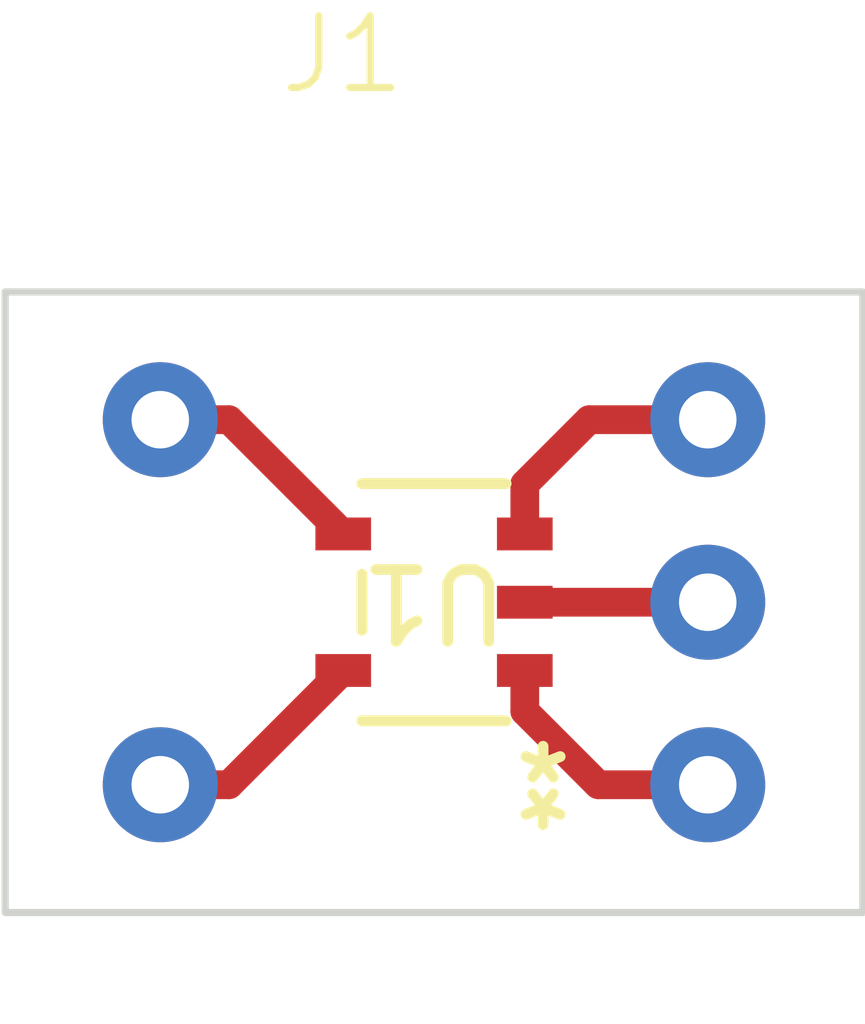
<source format=kicad_pcb>
(kicad_pcb (version 20221018) (generator pcbnew)
  (layers (0 "F.Cu" signal) (31 "B.Cu" signal) (34 "B.Paste" user) (35 "F.Paste" user) (36 "B.SilkS" user "B.Silkscreen") (37 "F.SilkS" user "F.Silkscreen") (38 "B.Mask" user) (39 "F.Mask" user) (44 "Edge.Cuts" user))
  (net 0 "")
  (net 1 "/pin1")
  (net 2 "/pin2")
  (net 3 "/pin3")
  (net 4 "/pin4")
  (net 5 "/pin5")
  (footprint "breakout_footprint:5pin" (layer "F.Cu") (at 126.619 79.502)
    (fp_text reference "J1" (at 0 -10.16 unlocked) (layer "F.SilkS") (effects (font (thickness 0.1))))
    (fp_text value "Conn_01x05")
    (pad "1" thru_hole circle (at 5.08 0) (size 1.6 1.6) (drill 0.8) (layers "*.Cu" "*.Mask") (net 1 "/pin1"))
    (pad "2" thru_hole circle (at 5.08 -2.54) (size 1.6 1.6) (drill 0.8) (layers "*.Cu" "*.Mask") (net 2 "/pin2"))
    (pad "3" thru_hole circle (at 5.08 -5.08) (size 1.6 1.6) (drill 0.8) (layers "*.Cu" "*.Mask") (net 3 "/pin3"))
    (pad "4" thru_hole circle (at -2.54 -5.08) (size 1.6 1.6) (drill 0.8) (layers "*.Cu" "*.Mask") (net 4 "/pin4"))
    (pad "5" thru_hole circle (at -2.54 0) (size 1.6 1.6) (drill 0.8) (layers "*.Cu" "*.Mask") (net 5 "/pin5"))
  )
  (footprint "op_amp:TLV2771CDBVR" (layer "F.Cu") (at 127.889 76.962 180)
    (fp_text reference "U1" (at 0 0 180 unlocked) (layer "F.SilkS"))
    (fp_text value "TLV2771CDBVR")
    (fp_text user "*" (at -1.51765 -2.5502) (layer "F.SilkS"))
    (fp_text user "*" (at -1.51765 -2.5502 180 unlocked) (layer "F.SilkS"))
    (fp_line (start -1.0033 1.651) (end 1.0033 1.651) (stroke (width 0.1524)) (layer "F.SilkS"))
    (fp_line (start 1.0033 -1.651) (end -1.0033 -1.651) (stroke (width 0.1524)) (layer "F.SilkS"))
    (fp_line (start 1.0033 0.388661) (end 1.0033 -0.388661) (stroke (width 0.1524)) (layer "F.SilkS"))
    (pad "1" smd rect (at -1.26365 -0.950001 180) (size 0.7747 0.4572) (layers "F.Cu" "F.Paste" "F.Mask") (net 1 "/pin1"))
    (pad "2" smd rect (at -1.26365 0 180) (size 0.7747 0.4572) (layers "F.Cu" "F.Paste" "F.Mask") (net 2 "/pin2"))
    (pad "3" smd rect (at -1.26365 0.950001 180) (size 0.7747 0.4572) (layers "F.Cu" "F.Paste" "F.Mask") (net 3 "/pin3"))
    (pad "4" smd rect (at 1.26365 0.950001 180) (size 0.7747 0.4572) (layers "F.Cu" "F.Paste" "F.Mask") (net 4 "/pin4"))
    (pad "5" smd rect (at 1.26365 -0.950001 180) (size 0.7747 0.4572) (layers "F.Cu" "F.Paste" "F.Mask") (net 5 "/pin5"))
  )
  (gr_rect (start 121.92 72.644) (end 133.858 81.28) (stroke (width 0.1)) (fill none) (layer "Edge.Cuts"))
  (segment (start 130.175 79.502) (end 131.699 79.502) (width 0.4) (layer "F.Cu") (net 1))
  (segment (start 129.15265 77.912001) (end 129.15265 78.47965) (width 0.4) (layer "F.Cu") (net 1))
  (segment (start 129.15265 78.47965) (end 130.175 79.502) (width 0.4) (layer "F.Cu") (net 1))
  (segment (start 129.15265 76.962) (end 131.699 76.962) (width 0.4) (layer "F.Cu") (net 2))
  (segment (start 129.15265 76.011999) (end 129.15265 75.31735) (width 0.4) (layer "F.Cu") (net 3))
  (segment (start 129.15265 75.31735) (end 130.048 74.422) (width 0.4) (layer "F.Cu") (net 3))
  (segment (start 130.048 74.422) (end 131.699 74.422) (width 0.4) (layer "F.Cu") (net 3))
  (segment (start 125.035351 74.422) (end 126.62535 76.011999) (width 0.4) (layer "F.Cu") (net 4))
  (segment (start 124.079 74.422) (end 125.035351 74.422) (width 0.4) (layer "F.Cu") (net 4))
  (segment (start 124.079 79.502) (end 125.035351 79.502) (width 0.4) (layer "F.Cu") (net 5))
  (segment (start 125.035351 79.502) (end 126.62535 77.912001) (width 0.4) (layer "F.Cu") (net 5))
)
</source>
